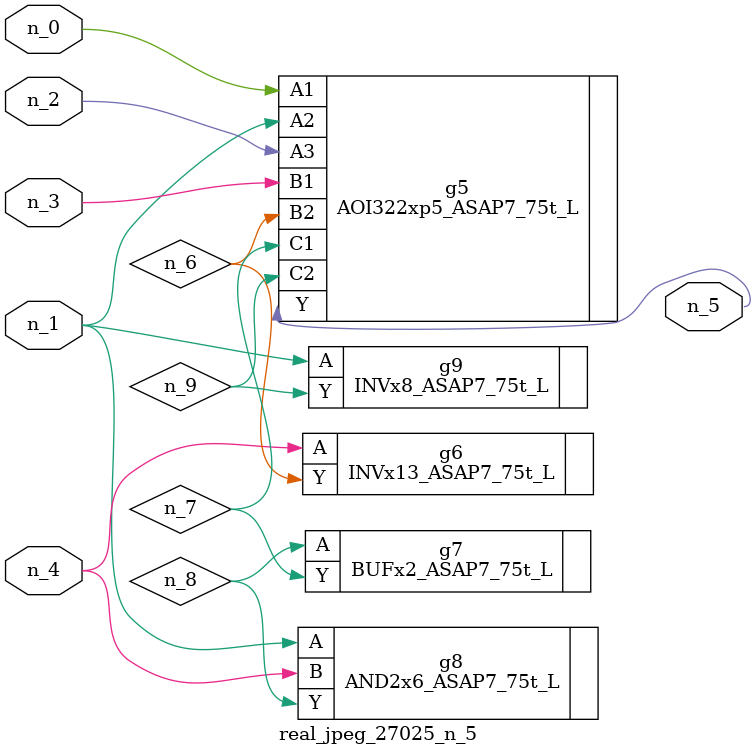
<source format=v>
module real_jpeg_27025_n_5 (n_4, n_0, n_1, n_2, n_3, n_5);

input n_4;
input n_0;
input n_1;
input n_2;
input n_3;

output n_5;

wire n_8;
wire n_6;
wire n_7;
wire n_9;

AOI322xp5_ASAP7_75t_L g5 ( 
.A1(n_0),
.A2(n_1),
.A3(n_2),
.B1(n_3),
.B2(n_6),
.C1(n_7),
.C2(n_9),
.Y(n_5)
);

AND2x6_ASAP7_75t_L g8 ( 
.A(n_1),
.B(n_4),
.Y(n_8)
);

INVx8_ASAP7_75t_L g9 ( 
.A(n_1),
.Y(n_9)
);

INVx13_ASAP7_75t_L g6 ( 
.A(n_4),
.Y(n_6)
);

BUFx2_ASAP7_75t_L g7 ( 
.A(n_8),
.Y(n_7)
);


endmodule
</source>
